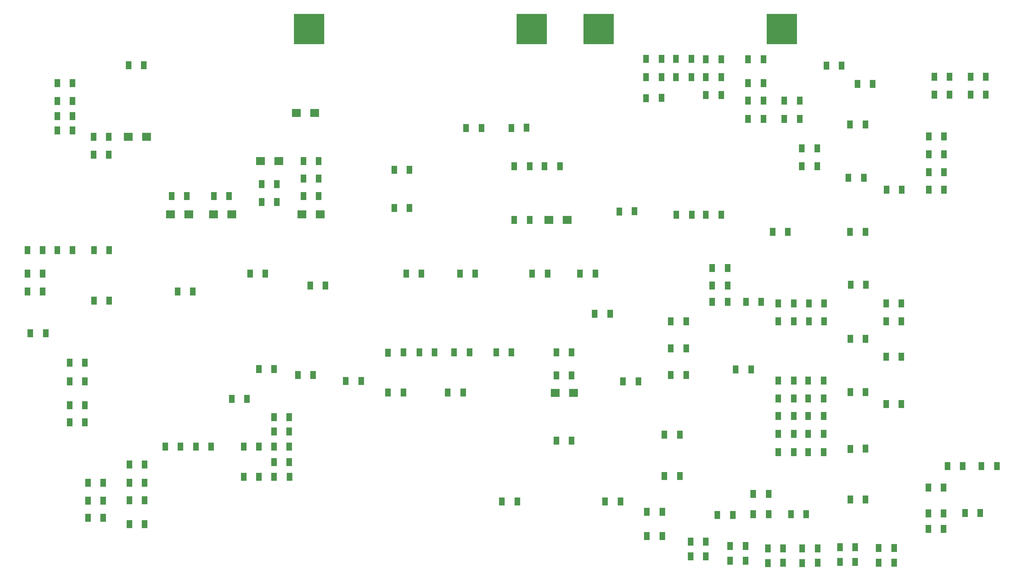
<source format=gbr>
%FSLAX34Y34*%
%MOMM*%
%LNSMDMASK_BOTTOM*%
G71*
G01*
%ADD10R,1.300X1.800*%
%ADD11R,1.900X1.800*%
%ADD12R,6.500X6.500*%
%LPD*%
X153194Y765175D02*
G54D10*
D03*
X185694Y765275D02*
G54D10*
D03*
X153194Y803275D02*
G54D10*
D03*
X185694Y803375D02*
G54D10*
D03*
X153194Y733425D02*
G54D10*
D03*
X185694Y733525D02*
G54D10*
D03*
X153194Y702469D02*
G54D10*
D03*
X185694Y702569D02*
G54D10*
D03*
X230188Y688975D02*
G54D10*
D03*
X262688Y689075D02*
G54D10*
D03*
X230188Y650875D02*
G54D10*
D03*
X262688Y650975D02*
G54D10*
D03*
X304800Y841375D02*
G54D10*
D03*
X337300Y841475D02*
G54D10*
D03*
X396081Y562769D02*
G54D10*
D03*
X428581Y562869D02*
G54D10*
D03*
X230981Y447675D02*
G54D10*
D03*
X263481Y447775D02*
G54D10*
D03*
X89694Y447675D02*
G54D10*
D03*
X122194Y447775D02*
G54D10*
D03*
X153194Y447675D02*
G54D10*
D03*
X185694Y447775D02*
G54D10*
D03*
X485775Y562769D02*
G54D10*
D03*
X518275Y562869D02*
G54D10*
D03*
X432700Y523875D02*
G54D11*
D03*
X393700Y523875D02*
G54D11*
D03*
X523981Y523875D02*
G54D11*
D03*
X484981Y523875D02*
G54D11*
D03*
X587375Y588169D02*
G54D10*
D03*
X619875Y588269D02*
G54D10*
D03*
X587375Y550069D02*
G54D10*
D03*
X619875Y550169D02*
G54D10*
D03*
X623994Y637381D02*
G54D11*
D03*
X584994Y637381D02*
G54D11*
D03*
X676275Y637381D02*
G54D10*
D03*
X708775Y637481D02*
G54D10*
D03*
X676275Y600075D02*
G54D10*
D03*
X708775Y600175D02*
G54D10*
D03*
X676275Y562769D02*
G54D10*
D03*
X708775Y562869D02*
G54D10*
D03*
X712206Y523875D02*
G54D11*
D03*
X673206Y523875D02*
G54D11*
D03*
X700194Y739775D02*
G54D11*
D03*
X661194Y739775D02*
G54D11*
D03*
X869156Y619125D02*
G54D10*
D03*
X901656Y619225D02*
G54D10*
D03*
X869156Y537369D02*
G54D10*
D03*
X901656Y537469D02*
G54D10*
D03*
X562769Y397669D02*
G54D10*
D03*
X595269Y397769D02*
G54D10*
D03*
X690562Y372269D02*
G54D10*
D03*
X723062Y372369D02*
G54D10*
D03*
X894556Y397669D02*
G54D10*
D03*
X927056Y397769D02*
G54D10*
D03*
X408781Y359569D02*
G54D10*
D03*
X441281Y359669D02*
G54D10*
D03*
X89694Y397669D02*
G54D10*
D03*
X122194Y397769D02*
G54D10*
D03*
X89694Y359569D02*
G54D10*
D03*
X122194Y359669D02*
G54D10*
D03*
X96044Y270669D02*
G54D10*
D03*
X128544Y270769D02*
G54D10*
D03*
X230981Y340519D02*
G54D10*
D03*
X263481Y340619D02*
G54D10*
D03*
X179388Y207962D02*
G54D10*
D03*
X211888Y208062D02*
G54D10*
D03*
X179388Y168275D02*
G54D10*
D03*
X211888Y168375D02*
G54D10*
D03*
X179388Y117475D02*
G54D10*
D03*
X211888Y117575D02*
G54D10*
D03*
X179388Y80962D02*
G54D10*
D03*
X211888Y81062D02*
G54D10*
D03*
X1008856Y397669D02*
G54D10*
D03*
X1041356Y397769D02*
G54D10*
D03*
X1162800Y397769D02*
G54D10*
D03*
X1195300Y397869D02*
G54D10*
D03*
X1264356Y397869D02*
G54D10*
D03*
X1296856Y397969D02*
G54D10*
D03*
X218281Y-47625D02*
G54D10*
D03*
X250781Y-47525D02*
G54D10*
D03*
X218281Y-85725D02*
G54D10*
D03*
X250781Y-85625D02*
G54D10*
D03*
X218281Y-122238D02*
G54D10*
D03*
X250781Y-122138D02*
G54D10*
D03*
X306344Y-47525D02*
G54D10*
D03*
X338844Y-47425D02*
G54D10*
D03*
X306344Y-8631D02*
G54D10*
D03*
X338844Y-8531D02*
G54D10*
D03*
X306344Y-84831D02*
G54D10*
D03*
X338844Y-84731D02*
G54D10*
D03*
X306344Y-135631D02*
G54D10*
D03*
X338844Y-135531D02*
G54D10*
D03*
X382544Y29469D02*
G54D10*
D03*
X415044Y29569D02*
G54D10*
D03*
X447631Y29469D02*
G54D10*
D03*
X480131Y29569D02*
G54D10*
D03*
X549188Y29569D02*
G54D10*
D03*
X581688Y29669D02*
G54D10*
D03*
X549188Y-34725D02*
G54D10*
D03*
X581688Y-34625D02*
G54D10*
D03*
X613438Y29669D02*
G54D10*
D03*
X645938Y29769D02*
G54D10*
D03*
X613438Y-3669D02*
G54D10*
D03*
X645938Y-3569D02*
G54D10*
D03*
X614231Y-34625D02*
G54D10*
D03*
X646731Y-34525D02*
G54D10*
D03*
X613438Y61419D02*
G54D10*
D03*
X645938Y61519D02*
G54D10*
D03*
X613438Y92375D02*
G54D10*
D03*
X645938Y92475D02*
G54D10*
D03*
X523744Y131269D02*
G54D10*
D03*
X556244Y131369D02*
G54D10*
D03*
X581688Y194769D02*
G54D10*
D03*
X614188Y194869D02*
G54D10*
D03*
X664238Y182069D02*
G54D10*
D03*
X696738Y182169D02*
G54D10*
D03*
X766631Y169369D02*
G54D10*
D03*
X799131Y169469D02*
G54D10*
D03*
X856325Y144366D02*
G54D10*
D03*
X888825Y144466D02*
G54D10*
D03*
X983281Y144862D02*
G54D10*
D03*
X1015781Y144962D02*
G54D10*
D03*
X856325Y229694D02*
G54D10*
D03*
X888825Y229794D02*
G54D10*
D03*
X922956Y229794D02*
G54D10*
D03*
X955456Y229894D02*
G54D10*
D03*
X996731Y229894D02*
G54D10*
D03*
X1029231Y229994D02*
G54D10*
D03*
X1086381Y229994D02*
G54D10*
D03*
X1118881Y230094D02*
G54D10*
D03*
X1214131Y230094D02*
G54D10*
D03*
X1246631Y230194D02*
G54D10*
D03*
X1214131Y180881D02*
G54D10*
D03*
X1246631Y180981D02*
G54D10*
D03*
X1250262Y143669D02*
G54D11*
D03*
X1211262Y143669D02*
G54D11*
D03*
X1214131Y41975D02*
G54D10*
D03*
X1246631Y42075D02*
G54D10*
D03*
X1295709Y312541D02*
G54D10*
D03*
X1328209Y312641D02*
G54D10*
D03*
X1355638Y168475D02*
G54D10*
D03*
X1388138Y168575D02*
G54D10*
D03*
X1457238Y238325D02*
G54D10*
D03*
X1489738Y238425D02*
G54D10*
D03*
X1457238Y296269D02*
G54D10*
D03*
X1489738Y296369D02*
G54D10*
D03*
X1457238Y181969D02*
G54D10*
D03*
X1489738Y182069D02*
G54D10*
D03*
X1443744Y54969D02*
G54D10*
D03*
X1476244Y55069D02*
G54D10*
D03*
X1443744Y-33138D02*
G54D10*
D03*
X1476244Y-33038D02*
G54D10*
D03*
X1317538Y-87112D02*
G54D10*
D03*
X1350038Y-87012D02*
G54D10*
D03*
X1098462Y-87112D02*
G54D10*
D03*
X1130962Y-87012D02*
G54D10*
D03*
X1406438Y-109338D02*
G54D10*
D03*
X1438938Y-109238D02*
G54D10*
D03*
X1406438Y-160931D02*
G54D10*
D03*
X1438938Y-160831D02*
G54D10*
D03*
X1022350Y708025D02*
G54D10*
D03*
X1054850Y708125D02*
G54D10*
D03*
X1118350Y708125D02*
G54D10*
D03*
X1150850Y708225D02*
G54D10*
D03*
X1124700Y626369D02*
G54D10*
D03*
X1157200Y626469D02*
G54D10*
D03*
X1188950Y626469D02*
G54D10*
D03*
X1221450Y626569D02*
G54D10*
D03*
X1124700Y512069D02*
G54D10*
D03*
X1157200Y512169D02*
G54D10*
D03*
X1236769Y511969D02*
G54D11*
D03*
X1197769Y511969D02*
G54D11*
D03*
X1347744Y530325D02*
G54D10*
D03*
X1380244Y530425D02*
G54D10*
D03*
X1469188Y523181D02*
G54D10*
D03*
X1501688Y523281D02*
G54D10*
D03*
X1531850Y523281D02*
G54D10*
D03*
X1564350Y523381D02*
G54D10*
D03*
X1673975Y486669D02*
G54D10*
D03*
X1706475Y486769D02*
G54D10*
D03*
X1838238Y486769D02*
G54D10*
D03*
X1870738Y486869D02*
G54D10*
D03*
X1545388Y409675D02*
G54D10*
D03*
X1577888Y409775D02*
G54D10*
D03*
X1545388Y372369D02*
G54D10*
D03*
X1577888Y372469D02*
G54D10*
D03*
X1545388Y337444D02*
G54D10*
D03*
X1577888Y337544D02*
G54D10*
D03*
X1616781Y337544D02*
G54D10*
D03*
X1649281Y337644D02*
G54D10*
D03*
X1735888Y626369D02*
G54D10*
D03*
X1768388Y626469D02*
G54D10*
D03*
X1735888Y664469D02*
G54D10*
D03*
X1768388Y664569D02*
G54D10*
D03*
X1685881Y334269D02*
G54D10*
D03*
X1718381Y334369D02*
G54D10*
D03*
X1685881Y296169D02*
G54D10*
D03*
X1718381Y296269D02*
G54D10*
D03*
X1750925Y334369D02*
G54D10*
D03*
X1783425Y334469D02*
G54D10*
D03*
X1750925Y296269D02*
G54D10*
D03*
X1783425Y296369D02*
G54D10*
D03*
X1915188Y334469D02*
G54D10*
D03*
X1947688Y334569D02*
G54D10*
D03*
X1915188Y296369D02*
G54D10*
D03*
X1947688Y296469D02*
G54D10*
D03*
X1915188Y220962D02*
G54D10*
D03*
X1947688Y221062D02*
G54D10*
D03*
X1839825Y374056D02*
G54D10*
D03*
X1872325Y374156D02*
G54D10*
D03*
X1839031Y258962D02*
G54D10*
D03*
X1871531Y259062D02*
G54D10*
D03*
X1839031Y145456D02*
G54D10*
D03*
X1871531Y145556D02*
G54D10*
D03*
X1915188Y120156D02*
G54D10*
D03*
X1947688Y120256D02*
G54D10*
D03*
X1839031Y24806D02*
G54D10*
D03*
X1871531Y24906D02*
G54D10*
D03*
X1595350Y193875D02*
G54D10*
D03*
X1627850Y193975D02*
G54D10*
D03*
X1632656Y-71238D02*
G54D10*
D03*
X1665156Y-71138D02*
G54D10*
D03*
X1839031Y-83144D02*
G54D10*
D03*
X1871531Y-83044D02*
G54D10*
D03*
X1685881Y169962D02*
G54D10*
D03*
X1718381Y170062D02*
G54D10*
D03*
X1749338Y170062D02*
G54D10*
D03*
X1781838Y170162D02*
G54D10*
D03*
X1685881Y131862D02*
G54D10*
D03*
X1718381Y131962D02*
G54D10*
D03*
X1749338Y131962D02*
G54D10*
D03*
X1781838Y132062D02*
G54D10*
D03*
X1685881Y94556D02*
G54D10*
D03*
X1718381Y94656D02*
G54D10*
D03*
X1749338Y94656D02*
G54D10*
D03*
X1781838Y94756D02*
G54D10*
D03*
X1685881Y56456D02*
G54D10*
D03*
X1718381Y56556D02*
G54D10*
D03*
X1749338Y56556D02*
G54D10*
D03*
X1781838Y56656D02*
G54D10*
D03*
X1685881Y17562D02*
G54D10*
D03*
X1718381Y17662D02*
G54D10*
D03*
X1749338Y17662D02*
G54D10*
D03*
X1781838Y17762D02*
G54D10*
D03*
X1663656Y-187225D02*
G54D10*
D03*
X1696156Y-187125D02*
G54D10*
D03*
X1663656Y-218181D02*
G54D10*
D03*
X1696156Y-218081D02*
G54D10*
D03*
X1736681Y-187225D02*
G54D10*
D03*
X1769181Y-187125D02*
G54D10*
D03*
X1736681Y-218181D02*
G54D10*
D03*
X1769181Y-218081D02*
G54D10*
D03*
X1816850Y-184844D02*
G54D10*
D03*
X1849350Y-184744D02*
G54D10*
D03*
X1816850Y-215800D02*
G54D10*
D03*
X1849350Y-215700D02*
G54D10*
D03*
X1899400Y-186431D02*
G54D10*
D03*
X1931900Y-186331D02*
G54D10*
D03*
X1899400Y-217388D02*
G54D10*
D03*
X1931900Y-217288D02*
G54D10*
D03*
X1583488Y-182462D02*
G54D10*
D03*
X1615988Y-182362D02*
G54D10*
D03*
X1583488Y-213419D02*
G54D10*
D03*
X1615988Y-213319D02*
G54D10*
D03*
X1499350Y-172938D02*
G54D10*
D03*
X1531850Y-172838D02*
G54D10*
D03*
X1499350Y-203894D02*
G54D10*
D03*
X1531850Y-203794D02*
G54D10*
D03*
X1632656Y-114100D02*
G54D10*
D03*
X1665156Y-114000D02*
G54D10*
D03*
X1712825Y-114100D02*
G54D10*
D03*
X1745325Y-114000D02*
G54D10*
D03*
X1556456Y-116481D02*
G54D10*
D03*
X1588956Y-116381D02*
G54D10*
D03*
X2004925Y-57744D02*
G54D10*
D03*
X2037425Y-57644D02*
G54D10*
D03*
X2004925Y-112512D02*
G54D10*
D03*
X2037425Y-112412D02*
G54D10*
D03*
X2004925Y-145850D02*
G54D10*
D03*
X2037425Y-145750D02*
G54D10*
D03*
X2082712Y-111719D02*
G54D10*
D03*
X2115213Y-111619D02*
G54D10*
D03*
X2045406Y-11706D02*
G54D10*
D03*
X2077906Y-11606D02*
G54D10*
D03*
X2117638Y-11706D02*
G54D10*
D03*
X2150138Y-11606D02*
G54D10*
D03*
X1835106Y601762D02*
G54D10*
D03*
X1867606Y601862D02*
G54D10*
D03*
X1838281Y715269D02*
G54D10*
D03*
X1870781Y715369D02*
G54D10*
D03*
X1916025Y576462D02*
G54D10*
D03*
X1948525Y576562D02*
G54D10*
D03*
X2005719Y576462D02*
G54D10*
D03*
X2038219Y576562D02*
G54D10*
D03*
X2005719Y613769D02*
G54D10*
D03*
X2038219Y613869D02*
G54D10*
D03*
X2005719Y651869D02*
G54D10*
D03*
X2038219Y651969D02*
G54D10*
D03*
X2005719Y689969D02*
G54D10*
D03*
X2038219Y690069D02*
G54D10*
D03*
X2017625Y816969D02*
G54D10*
D03*
X2050125Y817069D02*
G54D10*
D03*
X2017625Y778869D02*
G54D10*
D03*
X2050125Y778969D02*
G54D10*
D03*
X2094575Y817069D02*
G54D10*
D03*
X2127075Y817169D02*
G54D10*
D03*
X2094575Y778969D02*
G54D10*
D03*
X2127075Y779069D02*
G54D10*
D03*
X1698581Y727175D02*
G54D10*
D03*
X1731081Y727275D02*
G54D10*
D03*
X1698581Y766069D02*
G54D10*
D03*
X1731081Y766169D02*
G54D10*
D03*
X1621588Y727175D02*
G54D10*
D03*
X1654088Y727275D02*
G54D10*
D03*
X1621588Y766069D02*
G54D10*
D03*
X1654088Y766169D02*
G54D10*
D03*
X1621588Y803375D02*
G54D10*
D03*
X1654088Y803475D02*
G54D10*
D03*
X1621588Y854175D02*
G54D10*
D03*
X1654088Y854275D02*
G54D10*
D03*
X1531894Y854175D02*
G54D10*
D03*
X1564394Y854275D02*
G54D10*
D03*
X1531894Y816075D02*
G54D10*
D03*
X1564394Y816175D02*
G54D10*
D03*
X1531894Y777975D02*
G54D10*
D03*
X1564394Y778075D02*
G54D10*
D03*
X1468394Y816075D02*
G54D10*
D03*
X1500894Y816175D02*
G54D10*
D03*
X1468394Y854969D02*
G54D10*
D03*
X1500894Y855069D02*
G54D10*
D03*
X1404894Y816075D02*
G54D10*
D03*
X1437394Y816175D02*
G54D10*
D03*
X1404894Y854969D02*
G54D10*
D03*
X1437394Y855069D02*
G54D10*
D03*
X1404894Y771625D02*
G54D10*
D03*
X1437394Y771725D02*
G54D10*
D03*
X1854156Y801788D02*
G54D10*
D03*
X1886656Y801888D02*
G54D10*
D03*
X1788275Y840681D02*
G54D10*
D03*
X1820775Y840781D02*
G54D10*
D03*
X342962Y689075D02*
G54D11*
D03*
X303962Y689075D02*
G54D11*
D03*
X1304044Y918172D02*
G54D12*
D03*
X1692981Y918172D02*
G54D12*
D03*
X688181Y918347D02*
G54D12*
D03*
X1161256Y918347D02*
G54D12*
D03*
M02*

</source>
